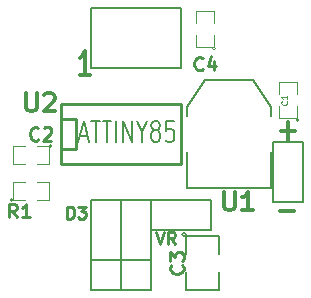
<source format=gto>
G04 (created by PCBNEW (2013-04-19 BZR 4011)-stable) date 06/06/2013 13:50:22*
%MOIN*%
G04 Gerber Fmt 3.4, Leading zero omitted, Abs format*
%FSLAX34Y34*%
G01*
G70*
G90*
G04 APERTURE LIST*
%ADD10C,2.3622e-006*%
%ADD11C,0.01*%
%ADD12C,0.012*%
%ADD13C,0.008*%
%ADD14C,0.006*%
%ADD15C,0.0039*%
%ADD16C,0.005*%
%ADD17C,0.01125*%
%ADD18C,0.0043*%
G04 APERTURE END LIST*
G54D10*
G54D11*
X16066Y-17861D02*
X16200Y-18261D01*
X16333Y-17861D01*
X16695Y-18261D02*
X16561Y-18071D01*
X16466Y-18261D02*
X16466Y-17861D01*
X16619Y-17861D01*
X16657Y-17880D01*
X16676Y-17900D01*
X16695Y-17938D01*
X16695Y-17995D01*
X16676Y-18033D01*
X16657Y-18052D01*
X16619Y-18071D01*
X16466Y-18071D01*
X13104Y-17421D02*
X13104Y-17021D01*
X13200Y-17021D01*
X13257Y-17040D01*
X13295Y-17079D01*
X13314Y-17117D01*
X13333Y-17193D01*
X13333Y-17250D01*
X13314Y-17326D01*
X13295Y-17364D01*
X13257Y-17402D01*
X13200Y-17421D01*
X13104Y-17421D01*
X13466Y-17021D02*
X13714Y-17021D01*
X13580Y-17174D01*
X13638Y-17174D01*
X13676Y-17193D01*
X13695Y-17212D01*
X13714Y-17250D01*
X13714Y-17345D01*
X13695Y-17383D01*
X13676Y-17402D01*
X13638Y-17421D01*
X13523Y-17421D01*
X13485Y-17402D01*
X13466Y-17383D01*
G54D12*
X20231Y-14499D02*
X20688Y-14499D01*
X20460Y-14803D02*
X20460Y-14194D01*
X20191Y-17159D02*
X20648Y-17159D01*
X13871Y-12623D02*
X13528Y-12623D01*
X13700Y-12623D02*
X13700Y-11823D01*
X13642Y-11938D01*
X13585Y-12014D01*
X13528Y-12052D01*
G54D13*
X17100Y-15200D02*
X17100Y-16400D01*
X17100Y-16400D02*
X19900Y-16400D01*
X19900Y-16400D02*
X19900Y-15200D01*
X17100Y-14000D02*
X17100Y-13700D01*
X17100Y-13700D02*
X17700Y-12800D01*
X17700Y-12800D02*
X19300Y-12800D01*
X19300Y-12800D02*
X19900Y-13700D01*
X19900Y-13700D02*
X19900Y-14000D01*
G54D11*
X12900Y-14100D02*
X13400Y-14100D01*
X13400Y-14100D02*
X13400Y-15100D01*
X13400Y-15100D02*
X12900Y-15100D01*
X12900Y-13600D02*
X16900Y-13600D01*
X16900Y-13600D02*
X16900Y-15600D01*
X16900Y-15600D02*
X12900Y-15600D01*
X12900Y-15600D02*
X12900Y-13600D01*
G54D14*
X14900Y-19800D02*
X13900Y-19800D01*
X13900Y-19800D02*
X13900Y-16800D01*
X13900Y-16800D02*
X14900Y-16800D01*
X14900Y-16800D02*
X14900Y-19800D01*
X13900Y-18800D02*
X14900Y-18800D01*
X15900Y-19800D02*
X14900Y-19800D01*
X14900Y-19800D02*
X14900Y-16800D01*
X14900Y-16800D02*
X15900Y-16800D01*
X15900Y-16800D02*
X15900Y-19800D01*
X14900Y-18800D02*
X15900Y-18800D01*
X15900Y-17800D02*
X15900Y-16800D01*
X15900Y-16800D02*
X17900Y-16800D01*
X17900Y-16800D02*
X17900Y-17800D01*
X17900Y-17800D02*
X15900Y-17800D01*
X19960Y-14880D02*
X20960Y-14880D01*
X20960Y-14880D02*
X20960Y-16880D01*
X20960Y-16880D02*
X19960Y-16880D01*
X19960Y-16880D02*
X19960Y-14880D01*
G54D13*
X16900Y-12400D02*
X13900Y-12400D01*
X13900Y-10400D02*
X16900Y-10400D01*
X16900Y-10400D02*
X16900Y-12400D01*
X13900Y-12400D02*
X13900Y-10400D01*
G54D15*
X18050Y-11750D02*
G75*
G03X18050Y-11750I-50J0D01*
G74*
G01*
X18000Y-11300D02*
X18000Y-11700D01*
X18000Y-11700D02*
X17400Y-11700D01*
X17400Y-11700D02*
X17400Y-11300D01*
X17400Y-10900D02*
X17400Y-10500D01*
X17400Y-10500D02*
X18000Y-10500D01*
X18000Y-10500D02*
X18000Y-10900D01*
X12600Y-15000D02*
G75*
G03X12600Y-15000I-50J0D01*
G74*
G01*
X12100Y-15000D02*
X12500Y-15000D01*
X12500Y-15000D02*
X12500Y-15600D01*
X12500Y-15600D02*
X12100Y-15600D01*
X11700Y-15600D02*
X11300Y-15600D01*
X11300Y-15600D02*
X11300Y-15000D01*
X11300Y-15000D02*
X11700Y-15000D01*
X20830Y-14130D02*
G75*
G03X20830Y-14130I-50J0D01*
G74*
G01*
X20780Y-13680D02*
X20780Y-14080D01*
X20780Y-14080D02*
X20180Y-14080D01*
X20180Y-14080D02*
X20180Y-13680D01*
X20180Y-13280D02*
X20180Y-12880D01*
X20180Y-12880D02*
X20780Y-12880D01*
X20780Y-12880D02*
X20780Y-13280D01*
X11300Y-16800D02*
G75*
G03X11300Y-16800I-50J0D01*
G74*
G01*
X11700Y-16800D02*
X11300Y-16800D01*
X11300Y-16800D02*
X11300Y-16200D01*
X11300Y-16200D02*
X11700Y-16200D01*
X12100Y-16200D02*
X12500Y-16200D01*
X12500Y-16200D02*
X12500Y-16800D01*
X12500Y-16800D02*
X12100Y-16800D01*
G54D16*
X17070Y-17950D02*
G75*
G03X17070Y-17950I-70J0D01*
G74*
G01*
X18150Y-18600D02*
X18150Y-18000D01*
X18150Y-18000D02*
X17050Y-18000D01*
X17050Y-18000D02*
X17050Y-18600D01*
X17050Y-19200D02*
X17050Y-19800D01*
X17050Y-19800D02*
X18150Y-19800D01*
X18150Y-19800D02*
X18150Y-19200D01*
G54D12*
X18342Y-16542D02*
X18342Y-17028D01*
X18371Y-17085D01*
X18400Y-17114D01*
X18457Y-17142D01*
X18571Y-17142D01*
X18628Y-17114D01*
X18657Y-17085D01*
X18685Y-17028D01*
X18685Y-16542D01*
X19285Y-17142D02*
X18942Y-17142D01*
X19114Y-17142D02*
X19114Y-16542D01*
X19057Y-16628D01*
X19000Y-16685D01*
X18942Y-16714D01*
X11742Y-13242D02*
X11742Y-13728D01*
X11771Y-13785D01*
X11800Y-13814D01*
X11857Y-13842D01*
X11971Y-13842D01*
X12028Y-13814D01*
X12057Y-13785D01*
X12085Y-13728D01*
X12085Y-13242D01*
X12342Y-13300D02*
X12371Y-13271D01*
X12428Y-13242D01*
X12571Y-13242D01*
X12628Y-13271D01*
X12657Y-13300D01*
X12685Y-13357D01*
X12685Y-13414D01*
X12657Y-13500D01*
X12314Y-13842D01*
X12685Y-13842D01*
G54D13*
X13528Y-14683D02*
X13766Y-14683D01*
X13480Y-14883D02*
X13647Y-14183D01*
X13814Y-14883D01*
X13909Y-14183D02*
X14195Y-14183D01*
X14052Y-14883D02*
X14052Y-14183D01*
X14290Y-14183D02*
X14576Y-14183D01*
X14433Y-14883D02*
X14433Y-14183D01*
X14742Y-14883D02*
X14742Y-14183D01*
X14980Y-14883D02*
X14980Y-14183D01*
X15266Y-14883D01*
X15266Y-14183D01*
X15600Y-14550D02*
X15600Y-14883D01*
X15433Y-14183D02*
X15600Y-14550D01*
X15766Y-14183D01*
X16004Y-14483D02*
X15957Y-14450D01*
X15933Y-14416D01*
X15909Y-14350D01*
X15909Y-14316D01*
X15933Y-14250D01*
X15957Y-14216D01*
X16004Y-14183D01*
X16099Y-14183D01*
X16147Y-14216D01*
X16171Y-14250D01*
X16195Y-14316D01*
X16195Y-14350D01*
X16171Y-14416D01*
X16147Y-14450D01*
X16099Y-14483D01*
X16004Y-14483D01*
X15957Y-14516D01*
X15933Y-14550D01*
X15909Y-14616D01*
X15909Y-14750D01*
X15933Y-14816D01*
X15957Y-14850D01*
X16004Y-14883D01*
X16099Y-14883D01*
X16147Y-14850D01*
X16171Y-14816D01*
X16195Y-14750D01*
X16195Y-14616D01*
X16171Y-14550D01*
X16147Y-14516D01*
X16099Y-14483D01*
X16647Y-14183D02*
X16409Y-14183D01*
X16385Y-14516D01*
X16409Y-14483D01*
X16457Y-14450D01*
X16576Y-14450D01*
X16623Y-14483D01*
X16647Y-14516D01*
X16671Y-14583D01*
X16671Y-14750D01*
X16647Y-14816D01*
X16623Y-14850D01*
X16576Y-14883D01*
X16457Y-14883D01*
X16409Y-14850D01*
X16385Y-14816D01*
G54D17*
X17625Y-12439D02*
X17603Y-12460D01*
X17539Y-12482D01*
X17496Y-12482D01*
X17432Y-12460D01*
X17389Y-12417D01*
X17367Y-12375D01*
X17346Y-12289D01*
X17346Y-12225D01*
X17367Y-12139D01*
X17389Y-12096D01*
X17432Y-12053D01*
X17496Y-12032D01*
X17539Y-12032D01*
X17603Y-12053D01*
X17625Y-12075D01*
X18010Y-12182D02*
X18010Y-12482D01*
X17903Y-12010D02*
X17796Y-12332D01*
X18075Y-12332D01*
X12145Y-14779D02*
X12123Y-14800D01*
X12059Y-14822D01*
X12016Y-14822D01*
X11952Y-14800D01*
X11909Y-14757D01*
X11887Y-14715D01*
X11866Y-14629D01*
X11866Y-14565D01*
X11887Y-14479D01*
X11909Y-14436D01*
X11952Y-14393D01*
X12016Y-14372D01*
X12059Y-14372D01*
X12123Y-14393D01*
X12145Y-14415D01*
X12316Y-14415D02*
X12337Y-14393D01*
X12380Y-14372D01*
X12487Y-14372D01*
X12530Y-14393D01*
X12552Y-14415D01*
X12573Y-14457D01*
X12573Y-14500D01*
X12552Y-14565D01*
X12295Y-14822D01*
X12573Y-14822D01*
G54D18*
X20415Y-13512D02*
X20425Y-13522D01*
X20434Y-13550D01*
X20434Y-13569D01*
X20425Y-13597D01*
X20406Y-13616D01*
X20387Y-13625D01*
X20350Y-13634D01*
X20322Y-13634D01*
X20284Y-13625D01*
X20265Y-13616D01*
X20247Y-13597D01*
X20237Y-13569D01*
X20237Y-13550D01*
X20247Y-13522D01*
X20256Y-13512D01*
X20434Y-13325D02*
X20434Y-13437D01*
X20434Y-13381D02*
X20237Y-13381D01*
X20265Y-13400D01*
X20284Y-13419D01*
X20294Y-13437D01*
G54D17*
X11425Y-17382D02*
X11275Y-17167D01*
X11167Y-17382D02*
X11167Y-16932D01*
X11339Y-16932D01*
X11382Y-16953D01*
X11403Y-16975D01*
X11425Y-17017D01*
X11425Y-17082D01*
X11403Y-17125D01*
X11382Y-17146D01*
X11339Y-17167D01*
X11167Y-17167D01*
X11853Y-17382D02*
X11596Y-17382D01*
X11725Y-17382D02*
X11725Y-16932D01*
X11682Y-16996D01*
X11639Y-17039D01*
X11596Y-17060D01*
X16939Y-18974D02*
X16960Y-18996D01*
X16982Y-19060D01*
X16982Y-19103D01*
X16960Y-19167D01*
X16917Y-19210D01*
X16875Y-19232D01*
X16789Y-19253D01*
X16725Y-19253D01*
X16639Y-19232D01*
X16596Y-19210D01*
X16553Y-19167D01*
X16532Y-19103D01*
X16532Y-19060D01*
X16553Y-18996D01*
X16575Y-18974D01*
X16532Y-18824D02*
X16532Y-18546D01*
X16703Y-18696D01*
X16703Y-18632D01*
X16725Y-18589D01*
X16746Y-18567D01*
X16789Y-18546D01*
X16896Y-18546D01*
X16939Y-18567D01*
X16960Y-18589D01*
X16982Y-18632D01*
X16982Y-18760D01*
X16960Y-18803D01*
X16939Y-18824D01*
M02*

</source>
